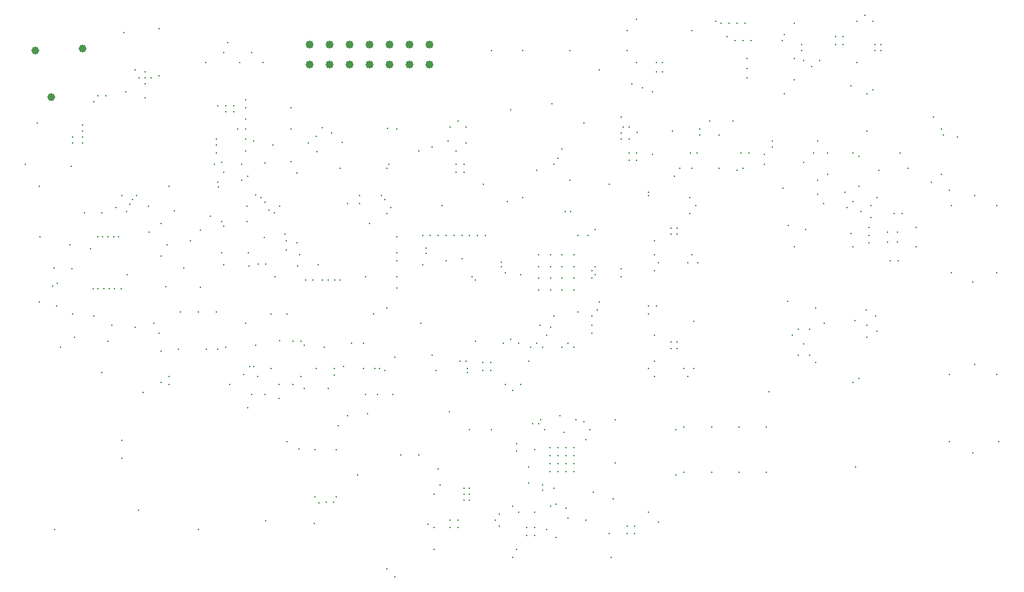
<source format=gbr>
%FSLAX36Y36*%
%MOMM*%
%ADD200C,0.200000*%
%ADD201C,0.254000*%
%ADD202C,0.300000*%
%ADD203C,1.000000*%
%ADD204C,1.016000*%
G54D200*
X140233000Y-129750000D03*
X140233000Y-130750000D03*
X141000000Y-84500000D03*
X141000000Y-85500000D03*
X141233000Y-129750000D03*
X141233000Y-130750000D03*
X142000000Y-84500000D03*
X142000000Y-85500000D03*
X144400000Y-109750000D03*
X144400000Y-110750000D03*
X145400000Y-109750000D03*
X145400000Y-110750000D03*
X150000000Y-130750000D03*
X150000000Y-131750000D03*
X151000000Y-130750000D03*
X151000000Y-131750000D03*
X151500000Y-96000000D03*
X151500000Y-97500000D03*
X151500000Y-99000000D03*
X151500000Y-100500000D03*
X152965000Y-120584000D03*
X152965000Y-121584000D03*
X152965000Y-122584000D03*
X152965000Y-123584000D03*
X153000000Y-96000000D03*
X153000000Y-97500000D03*
X153000000Y-99000000D03*
X153000000Y-100500000D03*
X153965000Y-120584000D03*
X153965000Y-121584000D03*
X153965000Y-122584000D03*
X153965000Y-123584000D03*
X154500000Y-96000000D03*
X154500000Y-97500000D03*
X154500000Y-99000000D03*
X154500000Y-100500000D03*
X154965000Y-120584000D03*
X154965000Y-121584000D03*
X154965000Y-122584000D03*
X154965000Y-123584000D03*
X155965000Y-120584000D03*
X155965000Y-121584000D03*
X155965000Y-122584000D03*
X155965000Y-123584000D03*
X156000000Y-96000000D03*
X156000000Y-97500000D03*
X156000000Y-99000000D03*
X156000000Y-100500000D03*
X162750000Y-130500000D03*
X162750000Y-131500000D03*
X163000000Y-83000000D03*
X163000000Y-84000000D03*
X163750000Y-130500000D03*
X163750000Y-131500000D03*
X164000000Y-83000000D03*
X164000000Y-84000000D03*
X168350000Y-92600000D03*
X168350000Y-93400000D03*
X168350000Y-107100000D03*
X168350000Y-107900000D03*
X169150000Y-92600000D03*
X169150000Y-93400000D03*
X169150000Y-107100000D03*
X169150000Y-107900000D03*
X170850000Y-83000000D03*
X171650000Y-83000000D03*
X177250000Y-83050000D03*
X178250000Y-83050000D03*
X189250000Y-68250000D03*
X189250000Y-69250000D03*
X190250000Y-68250000D03*
X190250000Y-69250000D03*
G54D201*
X86250000Y-84500000D03*
X87750000Y-79250000D03*
X88000000Y-87250000D03*
X88000000Y-102000000D03*
X88100000Y-93700000D03*
X89750000Y-100000000D03*
X89900000Y-97700000D03*
X90000000Y-131000000D03*
X90250000Y-102500000D03*
X90300000Y-99600000D03*
X90750000Y-107750000D03*
X91904000Y-94749000D03*
X92100000Y-84700000D03*
X92200000Y-97750000D03*
X92250000Y-81000000D03*
X92250000Y-81750000D03*
X92250000Y-103500000D03*
X92500000Y-106500000D03*
X93500000Y-79500000D03*
X93500000Y-80250000D03*
X93500000Y-81000000D03*
X93500000Y-81750000D03*
X93800000Y-90700000D03*
X94500000Y-95250000D03*
X94900000Y-100300000D03*
X95000000Y-76500000D03*
X95000000Y-103750000D03*
X95486000Y-100295000D03*
X95500000Y-75750000D03*
X95500000Y-93700000D03*
X96000000Y-90700000D03*
X96000000Y-111000000D03*
X96100000Y-93700000D03*
X96200000Y-100300000D03*
X96500000Y-75750000D03*
X96700000Y-93700000D03*
X96750000Y-107000000D03*
X96900000Y-100300000D03*
X97250000Y-105000000D03*
X97500000Y-93700000D03*
X97600000Y-100300000D03*
X97750000Y-90000000D03*
X98100000Y-93700000D03*
X98400000Y-100300000D03*
X98500000Y-88500000D03*
X98500000Y-119600000D03*
X98500000Y-121900000D03*
X98750000Y-67750000D03*
X99000000Y-75250000D03*
X99084000Y-90500000D03*
X99200000Y-98500000D03*
X99500000Y-89600000D03*
X99900000Y-89000000D03*
X100250000Y-72500000D03*
X100250000Y-105250000D03*
X100400000Y-88500000D03*
X100600000Y-128500000D03*
X100750000Y-73500000D03*
X101250000Y-113500000D03*
X101500000Y-72750000D03*
X101500000Y-73500000D03*
X101500000Y-74250000D03*
X101500000Y-76000000D03*
X101900000Y-89800000D03*
X102000000Y-93100000D03*
X102250000Y-73500000D03*
X102576000Y-104744000D03*
X103250000Y-67250000D03*
X103250000Y-73250000D03*
X103250000Y-106000000D03*
X103500000Y-92000000D03*
X103500000Y-96200000D03*
X103500000Y-108250000D03*
X103500000Y-112250000D03*
X104100000Y-100100000D03*
X104251000Y-94749000D03*
X104500000Y-87250000D03*
X104500000Y-111500000D03*
X104500000Y-112500000D03*
X105200000Y-90400000D03*
X105700000Y-108000000D03*
X106000000Y-103250000D03*
X106400000Y-97700000D03*
X107205000Y-94205000D03*
X108250000Y-103250000D03*
X108250000Y-131000000D03*
X108500000Y-92900000D03*
X108500000Y-100183000D03*
X109200000Y-71500000D03*
X109250000Y-108000000D03*
X109800000Y-91100000D03*
X110250000Y-84500000D03*
X110500000Y-81250000D03*
X110500000Y-82000000D03*
X110500000Y-83000000D03*
X110500000Y-103300000D03*
X110750000Y-77000000D03*
X110750000Y-86750000D03*
X110750000Y-108000000D03*
X110800000Y-87400000D03*
X111250000Y-84250000D03*
X111250000Y-91750000D03*
X111250000Y-95750000D03*
X111500000Y-70250000D03*
X111500000Y-85500000D03*
X111500000Y-92331000D03*
X111500000Y-97250000D03*
X111750000Y-77000000D03*
X111750000Y-77750000D03*
X111750000Y-107750000D03*
X112000000Y-69000000D03*
X112250000Y-112500000D03*
X112750000Y-77000000D03*
X112750000Y-77750000D03*
X113250000Y-80000000D03*
X113500000Y-71500000D03*
X113750000Y-84500000D03*
X113750000Y-86500000D03*
X114000000Y-111250000D03*
X114250000Y-76250000D03*
X114250000Y-77250000D03*
X114250000Y-78750000D03*
X114250000Y-80000000D03*
X114250000Y-81250000D03*
X114250000Y-82750000D03*
X114250000Y-104750000D03*
X114400000Y-89800000D03*
X114400000Y-91800000D03*
X114500000Y-86000000D03*
X114500000Y-115500000D03*
X114600000Y-95700000D03*
X114700000Y-97400000D03*
X114750000Y-110250000D03*
X115000000Y-70250000D03*
X115000000Y-113750000D03*
X115250000Y-81500000D03*
X115250000Y-110250000D03*
X115500000Y-88400000D03*
X115500000Y-107500000D03*
X115750000Y-111500000D03*
X115876000Y-97200000D03*
X116200000Y-88700000D03*
X116500000Y-71500000D03*
X116600000Y-93800000D03*
X116700000Y-84300000D03*
X116700000Y-89300000D03*
X116750000Y-113750000D03*
X116800000Y-97200000D03*
X116800000Y-129900000D03*
X117200000Y-90300000D03*
X117500000Y-103500000D03*
X117500000Y-110500000D03*
X117750000Y-82000000D03*
X117900000Y-90700000D03*
X118000000Y-98750000D03*
X118500000Y-112500000D03*
X118500000Y-114250000D03*
X118600000Y-89800000D03*
X118600000Y-106900000D03*
X119300000Y-93400000D03*
X119400000Y-94200000D03*
X119400000Y-95400000D03*
X119500000Y-103500000D03*
X119500000Y-119750000D03*
X120000000Y-77250000D03*
X120000000Y-80000000D03*
X120000000Y-84100000D03*
X120250000Y-107000000D03*
X120250000Y-112500000D03*
X120750000Y-94500000D03*
X120800000Y-85600000D03*
X120900000Y-97400000D03*
X121000000Y-120750000D03*
X121100000Y-96000000D03*
X121250000Y-107000000D03*
X121250000Y-111500000D03*
X121750000Y-107500000D03*
X121750000Y-113000000D03*
X121900000Y-99200000D03*
X122200000Y-81800000D03*
X122800000Y-99200000D03*
X123000000Y-130200000D03*
X123100000Y-120800000D03*
X123100000Y-126800000D03*
X123200000Y-80900000D03*
X123226000Y-110500000D03*
X123300000Y-82900000D03*
X123500000Y-97250000D03*
X123600000Y-127600000D03*
X124000000Y-79800000D03*
X124000000Y-99200000D03*
X124250000Y-107750000D03*
X124500000Y-127500000D03*
X124750000Y-113000000D03*
X124800000Y-99200000D03*
X125200000Y-80500000D03*
X125400000Y-127500000D03*
X125500000Y-110500000D03*
X125500000Y-111354000D03*
X125600000Y-99200000D03*
X125800000Y-120800000D03*
X125800000Y-126800000D03*
X126000000Y-117750000D03*
X126300000Y-85000000D03*
X126300000Y-99200000D03*
X126500000Y-81700000D03*
X126750000Y-110250000D03*
X127250000Y-89500000D03*
X127250000Y-116500000D03*
X127750000Y-107250000D03*
X128500000Y-124000000D03*
X128750000Y-88500000D03*
X128750000Y-89500000D03*
X129250000Y-107250000D03*
X129250000Y-110500000D03*
X129500000Y-98750000D03*
X129500000Y-113750000D03*
X129750000Y-116250000D03*
X130000000Y-92000000D03*
X130500000Y-103500000D03*
X130669000Y-110500000D03*
X131000000Y-113750000D03*
X131250000Y-110500000D03*
X131500000Y-88500000D03*
X131980000Y-88990000D03*
X132000000Y-110750000D03*
X132250000Y-85000000D03*
X132250000Y-90750000D03*
X132250000Y-102750000D03*
X132250000Y-136000000D03*
X132300000Y-79900000D03*
X132500000Y-84500000D03*
X132750000Y-90000000D03*
X133000000Y-113750000D03*
X133250000Y-109000000D03*
X133250000Y-137000000D03*
X133500000Y-80000000D03*
X133500000Y-93750000D03*
X133500000Y-95750000D03*
X133500000Y-96750000D03*
X133500000Y-98750000D03*
X133500000Y-100250000D03*
X134000000Y-121500000D03*
X136250000Y-82750000D03*
X136250000Y-121500000D03*
X136500000Y-104750000D03*
X136750000Y-93500000D03*
X136750000Y-97250000D03*
X137250000Y-95183000D03*
X137250000Y-95817000D03*
X137500000Y-130250000D03*
X137750000Y-93500000D03*
X138000000Y-82250000D03*
X138000000Y-108750000D03*
X138250000Y-126500000D03*
X138250000Y-130750000D03*
X138250000Y-133500000D03*
X138500000Y-110750000D03*
X138750000Y-93500000D03*
X138750000Y-123250000D03*
X139000000Y-125250000D03*
X139250000Y-89750000D03*
X139750000Y-93500000D03*
X139750000Y-96750000D03*
X140000000Y-81500000D03*
X140206000Y-116000000D03*
X140250000Y-79750000D03*
X140750000Y-93500000D03*
X141000000Y-82750000D03*
X141250000Y-79000000D03*
X141500000Y-109500000D03*
X141750000Y-93500000D03*
X141750000Y-96500000D03*
X142000000Y-125750000D03*
X142000000Y-126500000D03*
X142000000Y-127250000D03*
X142250000Y-79750000D03*
X142250000Y-81750000D03*
X142250000Y-109500000D03*
X142500000Y-110500000D03*
X142500000Y-111000000D03*
X142750000Y-93500000D03*
X142750000Y-118250000D03*
X142750000Y-125750000D03*
X142750000Y-126500000D03*
X142750000Y-127250000D03*
X143045000Y-98795000D03*
X143455000Y-99205000D03*
X143500000Y-107000000D03*
X143750000Y-93500000D03*
X144500000Y-87000000D03*
X144750000Y-93500000D03*
X145500000Y-70000000D03*
X145500000Y-118250000D03*
X146000000Y-129750000D03*
X146500000Y-129000000D03*
X146500000Y-130500000D03*
X146750000Y-96959000D03*
X146750000Y-97541000D03*
X147000000Y-107250000D03*
X147250000Y-98250000D03*
X147250000Y-112500000D03*
X147500000Y-89250000D03*
X148000000Y-77500000D03*
X148000000Y-106750000D03*
X148250000Y-113250000D03*
X148250000Y-128000000D03*
X148250000Y-134500000D03*
X148750000Y-120000000D03*
X148750000Y-121000000D03*
X148750000Y-133500000D03*
X149000000Y-107250000D03*
X149000000Y-128750000D03*
X149250000Y-98500000D03*
X149250000Y-112500000D03*
X149500000Y-70000000D03*
X149500000Y-88750000D03*
X150250000Y-109500000D03*
X150250000Y-123000000D03*
X150250000Y-125000000D03*
X150500000Y-107750000D03*
X150750000Y-117500000D03*
X151000000Y-128750000D03*
X151006000Y-120834000D03*
X151250000Y-85250000D03*
X151250000Y-107250000D03*
X151500000Y-117500000D03*
X151705000Y-104955000D03*
X151750000Y-117000000D03*
X152000000Y-107750000D03*
X152000000Y-125250000D03*
X152000000Y-126000000D03*
X152250000Y-118250000D03*
X152500000Y-106250000D03*
X152500000Y-131000000D03*
X153000000Y-105250000D03*
X153000000Y-128000000D03*
X153250000Y-76750000D03*
X153500000Y-84500000D03*
X153500000Y-103750000D03*
X153500000Y-125750000D03*
X153750000Y-127750000D03*
X153750000Y-132000000D03*
X154000000Y-83750000D03*
X154250000Y-116500000D03*
X154500000Y-82500000D03*
X154500000Y-107750000D03*
X154696000Y-118572000D03*
X154938000Y-90476000D03*
X155000000Y-128250000D03*
X155250000Y-107250000D03*
X155250000Y-129500000D03*
X155500000Y-70000000D03*
X155500000Y-86500000D03*
X155572000Y-90476000D03*
X156000000Y-107750000D03*
X156250000Y-117000000D03*
X156500000Y-93500000D03*
X156500000Y-103250000D03*
X157250000Y-79250000D03*
X157250000Y-117250000D03*
X157500000Y-119500000D03*
X157500000Y-129750000D03*
X157750000Y-93500000D03*
X158000000Y-118250000D03*
X158250000Y-98000000D03*
X158250000Y-99000000D03*
X158250000Y-103750000D03*
X158250000Y-105000000D03*
X158250000Y-106000000D03*
X158500000Y-126250000D03*
X158750000Y-92750000D03*
X158750000Y-97500000D03*
X158750000Y-98500000D03*
X159000000Y-103000000D03*
X159250000Y-72500000D03*
X159250000Y-102000000D03*
X160500000Y-87000000D03*
X160500000Y-131500000D03*
X160750000Y-134500000D03*
X161000000Y-127090000D03*
X161250000Y-117000000D03*
X161250000Y-122500000D03*
X162000000Y-78500000D03*
X162000000Y-80500000D03*
X162000000Y-81250000D03*
X162000000Y-97750000D03*
X162000000Y-98750000D03*
X162250000Y-79750000D03*
X162750000Y-67500000D03*
X162750000Y-70000000D03*
X163000000Y-79750000D03*
X163000000Y-81250000D03*
X163400000Y-74200000D03*
X164000000Y-66000000D03*
X164000000Y-71500000D03*
X164039000Y-80405000D03*
X164750000Y-74750000D03*
X165500000Y-88000000D03*
X165500000Y-88500000D03*
X165500000Y-102500000D03*
X165500000Y-103500000D03*
X165500000Y-110500000D03*
X165500000Y-128750000D03*
X166000000Y-75250000D03*
X166000000Y-83250000D03*
X166250000Y-94250000D03*
X166250000Y-96000000D03*
X166250000Y-98000000D03*
X166250000Y-106250000D03*
X166250000Y-109500000D03*
X166250000Y-111500000D03*
X166500000Y-71500000D03*
X166500000Y-72750000D03*
X166500000Y-102500000D03*
X166750000Y-97000000D03*
X166750000Y-130000000D03*
X167250000Y-71500000D03*
X167250000Y-72750000D03*
X168500000Y-80250000D03*
X168750000Y-86000000D03*
X169000000Y-118300000D03*
X169000000Y-124000000D03*
X169500000Y-85000000D03*
X170000000Y-110500000D03*
X170000000Y-117900000D03*
X170000000Y-123700000D03*
X170500000Y-97000000D03*
X170500000Y-111500000D03*
X170750000Y-88750000D03*
X170750000Y-90750000D03*
X170976000Y-84947000D03*
X171000000Y-67500000D03*
X171000000Y-96000000D03*
X171250000Y-104500000D03*
X171250000Y-110500000D03*
X171500000Y-89750000D03*
X171750000Y-97000000D03*
X172000000Y-80000000D03*
X172000000Y-80750000D03*
X173250000Y-79000000D03*
X173500000Y-117900000D03*
X173500000Y-123700000D03*
X174000000Y-66250000D03*
X174500000Y-80750000D03*
X174500000Y-85000000D03*
X174750000Y-66500000D03*
X175500000Y-68250000D03*
X175750000Y-66500000D03*
X176250000Y-79000000D03*
X176500000Y-68750000D03*
X176750000Y-66500000D03*
X176750000Y-85250000D03*
X177000000Y-117900000D03*
X177000000Y-123700000D03*
X177476000Y-85000000D03*
X177500000Y-68750000D03*
X177750000Y-66500000D03*
X178000000Y-71000000D03*
X178000000Y-72250000D03*
X178000000Y-73500000D03*
X178500000Y-68750000D03*
X180250000Y-83250000D03*
X180250000Y-84500000D03*
X180500000Y-117900000D03*
X180500000Y-123700000D03*
X180800000Y-113400000D03*
X181250000Y-81500000D03*
X181250000Y-82250000D03*
X182500000Y-68750000D03*
X182600000Y-87500000D03*
X182750000Y-68000000D03*
X182750000Y-75500000D03*
X183200000Y-101900000D03*
X183250000Y-92250000D03*
X183750000Y-106250000D03*
X184000000Y-66500000D03*
X184000000Y-71000000D03*
X184000000Y-73750000D03*
X184000000Y-95000000D03*
X184500000Y-105500000D03*
X184500000Y-108750000D03*
X185000000Y-69250000D03*
X185000000Y-70000000D03*
X185250000Y-71250000D03*
X185250000Y-84250000D03*
X185250000Y-107323000D03*
X185500000Y-92750000D03*
X186000000Y-105500000D03*
X186000000Y-108750000D03*
X186250000Y-72000000D03*
X186500000Y-83000000D03*
X186750000Y-102750000D03*
X186750000Y-109750000D03*
X187000000Y-81500000D03*
X187000000Y-86500000D03*
X187000000Y-88250000D03*
X187250000Y-71250000D03*
X187750000Y-89500000D03*
X187800000Y-104700000D03*
X188250000Y-83000000D03*
X188250000Y-85750000D03*
X190500000Y-88000000D03*
X190750000Y-90000000D03*
X191250000Y-74500000D03*
X191250000Y-93250000D03*
X191500000Y-83000000D03*
X191500000Y-89250000D03*
X191500000Y-95000000D03*
X191500000Y-112250000D03*
X191700000Y-104400000D03*
X191800000Y-123000000D03*
X192000000Y-66250000D03*
X192000000Y-71500000D03*
X192250000Y-83500000D03*
X192250000Y-87250000D03*
X192250000Y-111750000D03*
X192500000Y-90500000D03*
X193000000Y-65500000D03*
X193200000Y-103000000D03*
X193250000Y-75500000D03*
X193250000Y-80250000D03*
X193250000Y-105000000D03*
X193250000Y-106500000D03*
X193500000Y-92500000D03*
X193500000Y-93500000D03*
X193500000Y-94500000D03*
X193750000Y-89750000D03*
X193750000Y-91250000D03*
X194000000Y-66250000D03*
X194000000Y-75000000D03*
X194250000Y-69250000D03*
X194250000Y-70000000D03*
X194400000Y-103800000D03*
X194500000Y-88750000D03*
X194500000Y-105750000D03*
X194750000Y-85250000D03*
X195000000Y-69250000D03*
X195000000Y-70000000D03*
X196250000Y-96750000D03*
X196750000Y-90750000D03*
X197250000Y-96750000D03*
X197500000Y-83000000D03*
X197750000Y-90750000D03*
X198500000Y-85000000D03*
X199500000Y-92500000D03*
X199500000Y-95000000D03*
X201500000Y-86750000D03*
X201750000Y-78500000D03*
X202750000Y-80000000D03*
X202750000Y-85750000D03*
X203000000Y-80750000D03*
X203750000Y-87750000D03*
X203750000Y-111250000D03*
X203750000Y-119750000D03*
X204000000Y-89750000D03*
X204000000Y-98250000D03*
X204750000Y-81000000D03*
X206750000Y-99500000D03*
X206750000Y-121250000D03*
X207000000Y-88500000D03*
X207000000Y-110000000D03*
X209750000Y-89750000D03*
X209750000Y-98250000D03*
X209750000Y-111250000D03*
X210000000Y-119750000D03*
G54D202*
X195850000Y-93100000D03*
X195850000Y-94400000D03*
X197150000Y-93100000D03*
X197150000Y-94400000D03*
G54D204*
X122380000Y-69210000D03*
X122380000Y-71750000D03*
X124920000Y-69210000D03*
X124920000Y-71750000D03*
X127460000Y-69210000D03*
X127460000Y-71750000D03*
X130000000Y-69210000D03*
X130000000Y-71750000D03*
X132540000Y-69210000D03*
X132540000Y-71750000D03*
X135080000Y-69210000D03*
X135080000Y-71750000D03*
X137620000Y-69210000D03*
X137620000Y-71750000D03*
G54D203*
X87500000Y-70000000D03*
X89550000Y-75900000D03*
X93500000Y-69750000D03*
M02*

</source>
